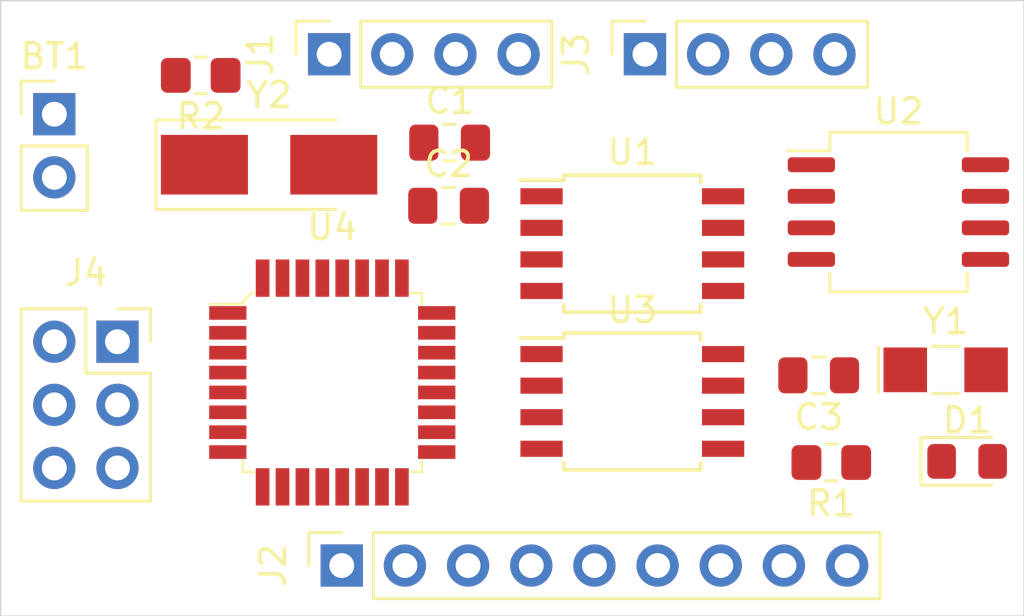
<source format=kicad_pcb>
(kicad_pcb (version 20171130) (host pcbnew 5.1.10-88a1d61d58~88~ubuntu20.04.1)

  (general
    (thickness 1.6)
    (drawings 4)
    (tracks 0)
    (zones 0)
    (modules 17)
    (nets 33)
  )

  (page USLetter)
  (title_block
    (title "Battery Powered Arduino Clone with Clock & Extended EEPROM")
    (date 2021-06-25)
    (rev 1)
    (company Lutzcraft)
    (comment 1 "David Lutz")
  )

  (layers
    (0 F.Cu signal)
    (31 B.Cu signal)
    (32 B.Adhes user)
    (33 F.Adhes user)
    (34 B.Paste user)
    (35 F.Paste user)
    (36 B.SilkS user)
    (37 F.SilkS user)
    (38 B.Mask user)
    (39 F.Mask user)
    (40 Dwgs.User user)
    (41 Cmts.User user)
    (42 Eco1.User user)
    (43 Eco2.User user)
    (44 Edge.Cuts user)
    (45 Margin user)
    (46 B.CrtYd user)
    (47 F.CrtYd user)
    (48 B.Fab user)
    (49 F.Fab user hide)
  )

  (setup
    (last_trace_width 0.25)
    (user_trace_width 0.3)
    (trace_clearance 0.2)
    (zone_clearance 0.508)
    (zone_45_only no)
    (trace_min 0.2)
    (via_size 0.8)
    (via_drill 0.4)
    (via_min_size 0.4)
    (via_min_drill 0.3)
    (user_via 1 0.6)
    (uvia_size 0.3)
    (uvia_drill 0.1)
    (uvias_allowed no)
    (uvia_min_size 0.2)
    (uvia_min_drill 0.1)
    (edge_width 0.05)
    (segment_width 0.2)
    (pcb_text_width 0.3)
    (pcb_text_size 1.5 1.5)
    (mod_edge_width 0.12)
    (mod_text_size 1 1)
    (mod_text_width 0.15)
    (pad_size 1.524 1.524)
    (pad_drill 0.762)
    (pad_to_mask_clearance 0)
    (aux_axis_origin 0 0)
    (visible_elements FFFFFF7F)
    (pcbplotparams
      (layerselection 0x010fc_ffffffff)
      (usegerberextensions false)
      (usegerberattributes true)
      (usegerberadvancedattributes true)
      (creategerberjobfile true)
      (excludeedgelayer true)
      (linewidth 0.100000)
      (plotframeref false)
      (viasonmask false)
      (mode 1)
      (useauxorigin false)
      (hpglpennumber 1)
      (hpglpenspeed 20)
      (hpglpendiameter 15.000000)
      (psnegative false)
      (psa4output false)
      (plotreference true)
      (plotvalue true)
      (plotinvisibletext false)
      (padsonsilk false)
      (subtractmaskfromsilk false)
      (outputformat 1)
      (mirror false)
      (drillshape 1)
      (scaleselection 1)
      (outputdirectory ""))
  )

  (net 0 "")
  (net 1 /Vcc)
  (net 2 GNDPWR)
  (net 3 "Net-(C1-Pad2)")
  (net 4 "Net-(C2-Pad2)")
  (net 5 "Net-(D1-Pad1)")
  (net 6 "Net-(D1-Pad2)")
  (net 7 /Connectors/GND)
  (net 8 /RX)
  (net 9 /TX)
  (net 10 /D2)
  (net 11 /D3)
  (net 12 /D4)
  (net 13 /D5)
  (net 14 /D6)
  (net 15 /D7)
  (net 16 /D8)
  (net 17 /SCL)
  (net 18 /SDA)
  (net 19 /MISO)
  (net 20 /MOSI)
  (net 21 /RESET)
  (net 22 /ADDS1)
  (net 23 /ADDS2)
  (net 24 "Net-(U2-Pad1)")
  (net 25 "Net-(U2-Pad2)")
  (net 26 "Net-(U2-Pad7)")
  (net 27 "Net-(U4-Pad13)")
  (net 28 "Net-(U4-Pad14)")
  (net 29 "Net-(U4-Pad19)")
  (net 30 "Net-(U4-Pad22)")
  (net 31 "Net-(U4-Pad25)")
  (net 32 "Net-(U4-Pad26)")

  (net_class Default "This is the default net class."
    (clearance 0.2)
    (trace_width 0.25)
    (via_dia 0.8)
    (via_drill 0.4)
    (uvia_dia 0.3)
    (uvia_drill 0.1)
    (add_net /ADDS1)
    (add_net /ADDS2)
    (add_net /Connectors/GND)
    (add_net /D2)
    (add_net /D3)
    (add_net /D4)
    (add_net /D5)
    (add_net /D6)
    (add_net /D7)
    (add_net /D8)
    (add_net /MISO)
    (add_net /MOSI)
    (add_net /RESET)
    (add_net /RX)
    (add_net /SCL)
    (add_net /SDA)
    (add_net /TX)
    (add_net "Net-(C1-Pad2)")
    (add_net "Net-(C2-Pad2)")
    (add_net "Net-(D1-Pad1)")
    (add_net "Net-(D1-Pad2)")
    (add_net "Net-(U2-Pad1)")
    (add_net "Net-(U2-Pad2)")
    (add_net "Net-(U2-Pad7)")
    (add_net "Net-(U4-Pad13)")
    (add_net "Net-(U4-Pad14)")
    (add_net "Net-(U4-Pad19)")
    (add_net "Net-(U4-Pad22)")
    (add_net "Net-(U4-Pad25)")
    (add_net "Net-(U4-Pad26)")
  )

  (net_class Power ""
    (clearance 0.2)
    (trace_width 0.3)
    (via_dia 1)
    (via_drill 0.6)
    (uvia_dia 0.3)
    (uvia_drill 0.1)
    (add_net /Vcc)
    (add_net GNDPWR)
  )

  (module Connector_PinHeader_2.54mm:PinHeader_1x02_P2.54mm_Vertical (layer F.Cu) (tedit 59FED5CC) (tstamp 60D63472)
    (at 68.961 98.933)
    (descr "Through hole straight pin header, 1x02, 2.54mm pitch, single row")
    (tags "Through hole pin header THT 1x02 2.54mm single row")
    (path /60D6C031)
    (fp_text reference BT1 (at 0 -2.33) (layer F.SilkS)
      (effects (font (size 1 1) (thickness 0.15)))
    )
    (fp_text value "Battery 3V" (at 0 4.87) (layer F.Fab)
      (effects (font (size 1 1) (thickness 0.15)))
    )
    (fp_line (start 1.8 -1.8) (end -1.8 -1.8) (layer F.CrtYd) (width 0.05))
    (fp_line (start 1.8 4.35) (end 1.8 -1.8) (layer F.CrtYd) (width 0.05))
    (fp_line (start -1.8 4.35) (end 1.8 4.35) (layer F.CrtYd) (width 0.05))
    (fp_line (start -1.8 -1.8) (end -1.8 4.35) (layer F.CrtYd) (width 0.05))
    (fp_line (start -1.33 -1.33) (end 0 -1.33) (layer F.SilkS) (width 0.12))
    (fp_line (start -1.33 0) (end -1.33 -1.33) (layer F.SilkS) (width 0.12))
    (fp_line (start -1.33 1.27) (end 1.33 1.27) (layer F.SilkS) (width 0.12))
    (fp_line (start 1.33 1.27) (end 1.33 3.87) (layer F.SilkS) (width 0.12))
    (fp_line (start -1.33 1.27) (end -1.33 3.87) (layer F.SilkS) (width 0.12))
    (fp_line (start -1.33 3.87) (end 1.33 3.87) (layer F.SilkS) (width 0.12))
    (fp_line (start -1.27 -0.635) (end -0.635 -1.27) (layer F.Fab) (width 0.1))
    (fp_line (start -1.27 3.81) (end -1.27 -0.635) (layer F.Fab) (width 0.1))
    (fp_line (start 1.27 3.81) (end -1.27 3.81) (layer F.Fab) (width 0.1))
    (fp_line (start 1.27 -1.27) (end 1.27 3.81) (layer F.Fab) (width 0.1))
    (fp_line (start -0.635 -1.27) (end 1.27 -1.27) (layer F.Fab) (width 0.1))
    (fp_text user %R (at 0 1.27 90) (layer F.Fab)
      (effects (font (size 1 1) (thickness 0.15)))
    )
    (pad 1 thru_hole rect (at 0 0) (size 1.7 1.7) (drill 1) (layers *.Cu *.Mask)
      (net 1 /Vcc))
    (pad 2 thru_hole oval (at 0 2.54) (size 1.7 1.7) (drill 1) (layers *.Cu *.Mask)
      (net 2 GNDPWR))
    (model ${KISYS3DMOD}/Connector_PinHeader_2.54mm.3dshapes/PinHeader_1x02_P2.54mm_Vertical.wrl
      (at (xyz 0 0 0))
      (scale (xyz 1 1 1))
      (rotate (xyz 0 0 0))
    )
  )

  (module Capacitor_SMD:C_0805_2012Metric_Pad1.18x1.45mm_HandSolder (layer F.Cu) (tedit 5F68FEEF) (tstamp 60D63483)
    (at 84.8575 100.076)
    (descr "Capacitor SMD 0805 (2012 Metric), square (rectangular) end terminal, IPC_7351 nominal with elongated pad for handsoldering. (Body size source: IPC-SM-782 page 76, https://www.pcb-3d.com/wordpress/wp-content/uploads/ipc-sm-782a_amendment_1_and_2.pdf, https://docs.google.com/spreadsheets/d/1BsfQQcO9C6DZCsRaXUlFlo91Tg2WpOkGARC1WS5S8t0/edit?usp=sharing), generated with kicad-footprint-generator")
    (tags "capacitor handsolder")
    (path /60D6CC38)
    (attr smd)
    (fp_text reference C1 (at 0 -1.68) (layer F.SilkS)
      (effects (font (size 1 1) (thickness 0.15)))
    )
    (fp_text value "22 pF" (at 0 1.68) (layer F.Fab)
      (effects (font (size 1 1) (thickness 0.15)))
    )
    (fp_line (start 1.88 0.98) (end -1.88 0.98) (layer F.CrtYd) (width 0.05))
    (fp_line (start 1.88 -0.98) (end 1.88 0.98) (layer F.CrtYd) (width 0.05))
    (fp_line (start -1.88 -0.98) (end 1.88 -0.98) (layer F.CrtYd) (width 0.05))
    (fp_line (start -1.88 0.98) (end -1.88 -0.98) (layer F.CrtYd) (width 0.05))
    (fp_line (start -0.261252 0.735) (end 0.261252 0.735) (layer F.SilkS) (width 0.12))
    (fp_line (start -0.261252 -0.735) (end 0.261252 -0.735) (layer F.SilkS) (width 0.12))
    (fp_line (start 1 0.625) (end -1 0.625) (layer F.Fab) (width 0.1))
    (fp_line (start 1 -0.625) (end 1 0.625) (layer F.Fab) (width 0.1))
    (fp_line (start -1 -0.625) (end 1 -0.625) (layer F.Fab) (width 0.1))
    (fp_line (start -1 0.625) (end -1 -0.625) (layer F.Fab) (width 0.1))
    (fp_text user %R (at 0 0) (layer F.Fab)
      (effects (font (size 0.5 0.5) (thickness 0.08)))
    )
    (pad 1 smd roundrect (at -1.0375 0) (size 1.175 1.45) (layers F.Cu F.Paste F.Mask) (roundrect_rratio 0.212766)
      (net 2 GNDPWR))
    (pad 2 smd roundrect (at 1.0375 0) (size 1.175 1.45) (layers F.Cu F.Paste F.Mask) (roundrect_rratio 0.212766)
      (net 3 "Net-(C1-Pad2)"))
    (model ${KISYS3DMOD}/Capacitor_SMD.3dshapes/C_0805_2012Metric.wrl
      (at (xyz 0 0 0))
      (scale (xyz 1 1 1))
      (rotate (xyz 0 0 0))
    )
  )

  (module Capacitor_SMD:C_0805_2012Metric_Pad1.18x1.45mm_HandSolder (layer F.Cu) (tedit 5F68FEEF) (tstamp 60D63494)
    (at 84.8145 102.616)
    (descr "Capacitor SMD 0805 (2012 Metric), square (rectangular) end terminal, IPC_7351 nominal with elongated pad for handsoldering. (Body size source: IPC-SM-782 page 76, https://www.pcb-3d.com/wordpress/wp-content/uploads/ipc-sm-782a_amendment_1_and_2.pdf, https://docs.google.com/spreadsheets/d/1BsfQQcO9C6DZCsRaXUlFlo91Tg2WpOkGARC1WS5S8t0/edit?usp=sharing), generated with kicad-footprint-generator")
    (tags "capacitor handsolder")
    (path /60D6D0AE)
    (attr smd)
    (fp_text reference C2 (at 0 -1.68) (layer F.SilkS)
      (effects (font (size 1 1) (thickness 0.15)))
    )
    (fp_text value "22 pF" (at 0 1.68) (layer F.Fab)
      (effects (font (size 1 1) (thickness 0.15)))
    )
    (fp_line (start -1 0.625) (end -1 -0.625) (layer F.Fab) (width 0.1))
    (fp_line (start -1 -0.625) (end 1 -0.625) (layer F.Fab) (width 0.1))
    (fp_line (start 1 -0.625) (end 1 0.625) (layer F.Fab) (width 0.1))
    (fp_line (start 1 0.625) (end -1 0.625) (layer F.Fab) (width 0.1))
    (fp_line (start -0.261252 -0.735) (end 0.261252 -0.735) (layer F.SilkS) (width 0.12))
    (fp_line (start -0.261252 0.735) (end 0.261252 0.735) (layer F.SilkS) (width 0.12))
    (fp_line (start -1.88 0.98) (end -1.88 -0.98) (layer F.CrtYd) (width 0.05))
    (fp_line (start -1.88 -0.98) (end 1.88 -0.98) (layer F.CrtYd) (width 0.05))
    (fp_line (start 1.88 -0.98) (end 1.88 0.98) (layer F.CrtYd) (width 0.05))
    (fp_line (start 1.88 0.98) (end -1.88 0.98) (layer F.CrtYd) (width 0.05))
    (fp_text user %R (at 0 0) (layer F.Fab)
      (effects (font (size 0.5 0.5) (thickness 0.08)))
    )
    (pad 2 smd roundrect (at 1.0375 0) (size 1.175 1.45) (layers F.Cu F.Paste F.Mask) (roundrect_rratio 0.212766)
      (net 4 "Net-(C2-Pad2)"))
    (pad 1 smd roundrect (at -1.0375 0) (size 1.175 1.45) (layers F.Cu F.Paste F.Mask) (roundrect_rratio 0.212766)
      (net 2 GNDPWR))
    (model ${KISYS3DMOD}/Capacitor_SMD.3dshapes/C_0805_2012Metric.wrl
      (at (xyz 0 0 0))
      (scale (xyz 1 1 1))
      (rotate (xyz 0 0 0))
    )
  )

  (module Capacitor_SMD:C_0805_2012Metric_Pad1.18x1.45mm_HandSolder (layer F.Cu) (tedit 5F68FEEF) (tstamp 60D634A5)
    (at 99.695 109.44 180)
    (descr "Capacitor SMD 0805 (2012 Metric), square (rectangular) end terminal, IPC_7351 nominal with elongated pad for handsoldering. (Body size source: IPC-SM-782 page 76, https://www.pcb-3d.com/wordpress/wp-content/uploads/ipc-sm-782a_amendment_1_and_2.pdf, https://docs.google.com/spreadsheets/d/1BsfQQcO9C6DZCsRaXUlFlo91Tg2WpOkGARC1WS5S8t0/edit?usp=sharing), generated with kicad-footprint-generator")
    (tags "capacitor handsolder")
    (path /60D6F410)
    (attr smd)
    (fp_text reference C3 (at 0 -1.68) (layer F.SilkS)
      (effects (font (size 1 1) (thickness 0.15)))
    )
    (fp_text value "10 μF" (at 0 1.68) (layer F.Fab)
      (effects (font (size 1 1) (thickness 0.15)))
    )
    (fp_line (start 1.88 0.98) (end -1.88 0.98) (layer F.CrtYd) (width 0.05))
    (fp_line (start 1.88 -0.98) (end 1.88 0.98) (layer F.CrtYd) (width 0.05))
    (fp_line (start -1.88 -0.98) (end 1.88 -0.98) (layer F.CrtYd) (width 0.05))
    (fp_line (start -1.88 0.98) (end -1.88 -0.98) (layer F.CrtYd) (width 0.05))
    (fp_line (start -0.261252 0.735) (end 0.261252 0.735) (layer F.SilkS) (width 0.12))
    (fp_line (start -0.261252 -0.735) (end 0.261252 -0.735) (layer F.SilkS) (width 0.12))
    (fp_line (start 1 0.625) (end -1 0.625) (layer F.Fab) (width 0.1))
    (fp_line (start 1 -0.625) (end 1 0.625) (layer F.Fab) (width 0.1))
    (fp_line (start -1 -0.625) (end 1 -0.625) (layer F.Fab) (width 0.1))
    (fp_line (start -1 0.625) (end -1 -0.625) (layer F.Fab) (width 0.1))
    (fp_text user %R (at 0 0) (layer F.Fab)
      (effects (font (size 0.5 0.5) (thickness 0.08)))
    )
    (pad 1 smd roundrect (at -1.0375 0 180) (size 1.175 1.45) (layers F.Cu F.Paste F.Mask) (roundrect_rratio 0.212766)
      (net 1 /Vcc))
    (pad 2 smd roundrect (at 1.0375 0 180) (size 1.175 1.45) (layers F.Cu F.Paste F.Mask) (roundrect_rratio 0.212766)
      (net 2 GNDPWR))
    (model ${KISYS3DMOD}/Capacitor_SMD.3dshapes/C_0805_2012Metric.wrl
      (at (xyz 0 0 0))
      (scale (xyz 1 1 1))
      (rotate (xyz 0 0 0))
    )
  )

  (module LED_SMD:LED_0805_2012Metric_Pad1.15x1.40mm_HandSolder (layer F.Cu) (tedit 5F68FEF1) (tstamp 60D634B8)
    (at 105.664 112.903)
    (descr "LED SMD 0805 (2012 Metric), square (rectangular) end terminal, IPC_7351 nominal, (Body size source: https://docs.google.com/spreadsheets/d/1BsfQQcO9C6DZCsRaXUlFlo91Tg2WpOkGARC1WS5S8t0/edit?usp=sharing), generated with kicad-footprint-generator")
    (tags "LED handsolder")
    (path /60D714CD)
    (attr smd)
    (fp_text reference D1 (at 0 -1.65) (layer F.SilkS)
      (effects (font (size 1 1) (thickness 0.15)))
    )
    (fp_text value LED (at 0 1.65) (layer F.Fab)
      (effects (font (size 1 1) (thickness 0.15)))
    )
    (fp_line (start 1.85 0.95) (end -1.85 0.95) (layer F.CrtYd) (width 0.05))
    (fp_line (start 1.85 -0.95) (end 1.85 0.95) (layer F.CrtYd) (width 0.05))
    (fp_line (start -1.85 -0.95) (end 1.85 -0.95) (layer F.CrtYd) (width 0.05))
    (fp_line (start -1.85 0.95) (end -1.85 -0.95) (layer F.CrtYd) (width 0.05))
    (fp_line (start -1.86 0.96) (end 1 0.96) (layer F.SilkS) (width 0.12))
    (fp_line (start -1.86 -0.96) (end -1.86 0.96) (layer F.SilkS) (width 0.12))
    (fp_line (start 1 -0.96) (end -1.86 -0.96) (layer F.SilkS) (width 0.12))
    (fp_line (start 1 0.6) (end 1 -0.6) (layer F.Fab) (width 0.1))
    (fp_line (start -1 0.6) (end 1 0.6) (layer F.Fab) (width 0.1))
    (fp_line (start -1 -0.3) (end -1 0.6) (layer F.Fab) (width 0.1))
    (fp_line (start -0.7 -0.6) (end -1 -0.3) (layer F.Fab) (width 0.1))
    (fp_line (start 1 -0.6) (end -0.7 -0.6) (layer F.Fab) (width 0.1))
    (fp_text user %R (at 0 0) (layer F.Fab)
      (effects (font (size 0.5 0.5) (thickness 0.08)))
    )
    (pad 1 smd roundrect (at -1.025 0) (size 1.15 1.4) (layers F.Cu F.Paste F.Mask) (roundrect_rratio 0.217391)
      (net 5 "Net-(D1-Pad1)"))
    (pad 2 smd roundrect (at 1.025 0) (size 1.15 1.4) (layers F.Cu F.Paste F.Mask) (roundrect_rratio 0.217391)
      (net 6 "Net-(D1-Pad2)"))
    (model ${KISYS3DMOD}/LED_SMD.3dshapes/LED_0805_2012Metric.wrl
      (at (xyz 0 0 0))
      (scale (xyz 1 1 1))
      (rotate (xyz 0 0 0))
    )
  )

  (module Resistor_SMD:R_0805_2012Metric_Pad1.20x1.40mm_HandSolder (layer F.Cu) (tedit 5F68FEEE) (tstamp 60D63532)
    (at 100.203 112.948 180)
    (descr "Resistor SMD 0805 (2012 Metric), square (rectangular) end terminal, IPC_7351 nominal with elongated pad for handsoldering. (Body size source: IPC-SM-782 page 72, https://www.pcb-3d.com/wordpress/wp-content/uploads/ipc-sm-782a_amendment_1_and_2.pdf), generated with kicad-footprint-generator")
    (tags "resistor handsolder")
    (path /60E2364B)
    (attr smd)
    (fp_text reference R1 (at 0 -1.65) (layer F.SilkS)
      (effects (font (size 1 1) (thickness 0.15)))
    )
    (fp_text value "330 Ω" (at 0 1.65) (layer F.Fab)
      (effects (font (size 1 1) (thickness 0.15)))
    )
    (fp_line (start 1.85 0.95) (end -1.85 0.95) (layer F.CrtYd) (width 0.05))
    (fp_line (start 1.85 -0.95) (end 1.85 0.95) (layer F.CrtYd) (width 0.05))
    (fp_line (start -1.85 -0.95) (end 1.85 -0.95) (layer F.CrtYd) (width 0.05))
    (fp_line (start -1.85 0.95) (end -1.85 -0.95) (layer F.CrtYd) (width 0.05))
    (fp_line (start -0.227064 0.735) (end 0.227064 0.735) (layer F.SilkS) (width 0.12))
    (fp_line (start -0.227064 -0.735) (end 0.227064 -0.735) (layer F.SilkS) (width 0.12))
    (fp_line (start 1 0.625) (end -1 0.625) (layer F.Fab) (width 0.1))
    (fp_line (start 1 -0.625) (end 1 0.625) (layer F.Fab) (width 0.1))
    (fp_line (start -1 -0.625) (end 1 -0.625) (layer F.Fab) (width 0.1))
    (fp_line (start -1 0.625) (end -1 -0.625) (layer F.Fab) (width 0.1))
    (fp_text user %R (at 0 0) (layer F.Fab)
      (effects (font (size 0.5 0.5) (thickness 0.08)))
    )
    (pad 1 smd roundrect (at -1 0 180) (size 1.2 1.4) (layers F.Cu F.Paste F.Mask) (roundrect_rratio 0.208333)
      (net 5 "Net-(D1-Pad1)"))
    (pad 2 smd roundrect (at 1 0 180) (size 1.2 1.4) (layers F.Cu F.Paste F.Mask) (roundrect_rratio 0.208333)
      (net 2 GNDPWR))
    (model ${KISYS3DMOD}/Resistor_SMD.3dshapes/R_0805_2012Metric.wrl
      (at (xyz 0 0 0))
      (scale (xyz 1 1 1))
      (rotate (xyz 0 0 0))
    )
  )

  (module Resistor_SMD:R_0805_2012Metric_Pad1.20x1.40mm_HandSolder (layer F.Cu) (tedit 5F68FEEE) (tstamp 60D63543)
    (at 74.847 97.37 180)
    (descr "Resistor SMD 0805 (2012 Metric), square (rectangular) end terminal, IPC_7351 nominal with elongated pad for handsoldering. (Body size source: IPC-SM-782 page 72, https://www.pcb-3d.com/wordpress/wp-content/uploads/ipc-sm-782a_amendment_1_and_2.pdf), generated with kicad-footprint-generator")
    (tags "resistor handsolder")
    (path /60D731B1)
    (attr smd)
    (fp_text reference R2 (at 0 -1.65) (layer F.SilkS)
      (effects (font (size 1 1) (thickness 0.15)))
    )
    (fp_text value "10K Ω" (at 0 1.65) (layer F.Fab)
      (effects (font (size 1 1) (thickness 0.15)))
    )
    (fp_line (start -1 0.625) (end -1 -0.625) (layer F.Fab) (width 0.1))
    (fp_line (start -1 -0.625) (end 1 -0.625) (layer F.Fab) (width 0.1))
    (fp_line (start 1 -0.625) (end 1 0.625) (layer F.Fab) (width 0.1))
    (fp_line (start 1 0.625) (end -1 0.625) (layer F.Fab) (width 0.1))
    (fp_line (start -0.227064 -0.735) (end 0.227064 -0.735) (layer F.SilkS) (width 0.12))
    (fp_line (start -0.227064 0.735) (end 0.227064 0.735) (layer F.SilkS) (width 0.12))
    (fp_line (start -1.85 0.95) (end -1.85 -0.95) (layer F.CrtYd) (width 0.05))
    (fp_line (start -1.85 -0.95) (end 1.85 -0.95) (layer F.CrtYd) (width 0.05))
    (fp_line (start 1.85 -0.95) (end 1.85 0.95) (layer F.CrtYd) (width 0.05))
    (fp_line (start 1.85 0.95) (end -1.85 0.95) (layer F.CrtYd) (width 0.05))
    (fp_text user %R (at 0 0) (layer F.Fab)
      (effects (font (size 0.5 0.5) (thickness 0.08)))
    )
    (pad 2 smd roundrect (at 1 0 180) (size 1.2 1.4) (layers F.Cu F.Paste F.Mask) (roundrect_rratio 0.208333)
      (net 1 /Vcc))
    (pad 1 smd roundrect (at -1 0 180) (size 1.2 1.4) (layers F.Cu F.Paste F.Mask) (roundrect_rratio 0.208333)
      (net 21 /RESET))
    (model ${KISYS3DMOD}/Resistor_SMD.3dshapes/R_0805_2012Metric.wrl
      (at (xyz 0 0 0))
      (scale (xyz 1 1 1))
      (rotate (xyz 0 0 0))
    )
  )

  (module Package_SO:SOIJ-8_5.3x5.3mm_P1.27mm (layer F.Cu) (tedit 5A02F2D3) (tstamp 60D63560)
    (at 92.202 104.14)
    (descr "8-Lead Plastic Small Outline (SM) - Medium, 5.28 mm Body [SOIC] (see Microchip Packaging Specification 00000049BS.pdf)")
    (tags "SOIC 1.27")
    (path /60DA6339)
    (attr smd)
    (fp_text reference U1 (at 0 -3.68) (layer F.SilkS)
      (effects (font (size 1 1) (thickness 0.15)))
    )
    (fp_text value 24LC1025 (at 0 3.68) (layer F.Fab)
      (effects (font (size 1 1) (thickness 0.15)))
    )
    (fp_line (start -2.75 -2.55) (end -4.5 -2.55) (layer F.SilkS) (width 0.15))
    (fp_line (start -2.75 2.755) (end 2.75 2.755) (layer F.SilkS) (width 0.15))
    (fp_line (start -2.75 -2.755) (end 2.75 -2.755) (layer F.SilkS) (width 0.15))
    (fp_line (start -2.75 2.755) (end -2.75 2.455) (layer F.SilkS) (width 0.15))
    (fp_line (start 2.75 2.755) (end 2.75 2.455) (layer F.SilkS) (width 0.15))
    (fp_line (start 2.75 -2.755) (end 2.75 -2.455) (layer F.SilkS) (width 0.15))
    (fp_line (start -2.75 -2.755) (end -2.75 -2.55) (layer F.SilkS) (width 0.15))
    (fp_line (start -4.75 2.95) (end 4.75 2.95) (layer F.CrtYd) (width 0.05))
    (fp_line (start -4.75 -2.95) (end 4.75 -2.95) (layer F.CrtYd) (width 0.05))
    (fp_line (start 4.75 -2.95) (end 4.75 2.95) (layer F.CrtYd) (width 0.05))
    (fp_line (start -4.75 -2.95) (end -4.75 2.95) (layer F.CrtYd) (width 0.05))
    (fp_line (start -2.65 -1.65) (end -1.65 -2.65) (layer F.Fab) (width 0.15))
    (fp_line (start -2.65 2.65) (end -2.65 -1.65) (layer F.Fab) (width 0.15))
    (fp_line (start 2.65 2.65) (end -2.65 2.65) (layer F.Fab) (width 0.15))
    (fp_line (start 2.65 -2.65) (end 2.65 2.65) (layer F.Fab) (width 0.15))
    (fp_line (start -1.65 -2.65) (end 2.65 -2.65) (layer F.Fab) (width 0.15))
    (fp_text user %R (at 0 0) (layer F.Fab)
      (effects (font (size 1 1) (thickness 0.15)))
    )
    (pad 1 smd rect (at -3.65 -1.905) (size 1.7 0.65) (layers F.Cu F.Paste F.Mask)
      (net 22 /ADDS1))
    (pad 2 smd rect (at -3.65 -0.635) (size 1.7 0.65) (layers F.Cu F.Paste F.Mask)
      (net 23 /ADDS2))
    (pad 3 smd rect (at -3.65 0.635) (size 1.7 0.65) (layers F.Cu F.Paste F.Mask)
      (net 1 /Vcc))
    (pad 4 smd rect (at -3.65 1.905) (size 1.7 0.65) (layers F.Cu F.Paste F.Mask)
      (net 2 GNDPWR))
    (pad 5 smd rect (at 3.65 1.905) (size 1.7 0.65) (layers F.Cu F.Paste F.Mask)
      (net 18 /SDA))
    (pad 6 smd rect (at 3.65 0.635) (size 1.7 0.65) (layers F.Cu F.Paste F.Mask)
      (net 17 /SCL))
    (pad 7 smd rect (at 3.65 -0.635) (size 1.7 0.65) (layers F.Cu F.Paste F.Mask)
      (net 2 GNDPWR))
    (pad 8 smd rect (at 3.65 -1.905) (size 1.7 0.65) (layers F.Cu F.Paste F.Mask)
      (net 1 /Vcc))
    (model ${KISYS3DMOD}/Package_SO.3dshapes/SOIJ-8_5.3x5.3mm_P1.27mm.wrl
      (at (xyz 0 0 0))
      (scale (xyz 1 1 1))
      (rotate (xyz 0 0 0))
    )
  )

  (module Package_SO:SO-8_5.3x6.2mm_P1.27mm (layer F.Cu) (tedit 5EA5315B) (tstamp 60D6357F)
    (at 102.901 102.87)
    (descr "SO, 8 Pin (https://www.ti.com/lit/ml/msop001a/msop001a.pdf), generated with kicad-footprint-generator ipc_gullwing_generator.py")
    (tags "SO SO")
    (path /60D83E7A)
    (attr smd)
    (fp_text reference U2 (at 0 -4.05) (layer F.SilkS)
      (effects (font (size 1 1) (thickness 0.15)))
    )
    (fp_text value DS1337S+ (at 0 4.05) (layer F.Fab)
      (effects (font (size 1 1) (thickness 0.15)))
    )
    (fp_line (start 4.7 -3.35) (end -4.7 -3.35) (layer F.CrtYd) (width 0.05))
    (fp_line (start 4.7 3.35) (end 4.7 -3.35) (layer F.CrtYd) (width 0.05))
    (fp_line (start -4.7 3.35) (end 4.7 3.35) (layer F.CrtYd) (width 0.05))
    (fp_line (start -4.7 -3.35) (end -4.7 3.35) (layer F.CrtYd) (width 0.05))
    (fp_line (start -2.65 -2.1) (end -1.65 -3.1) (layer F.Fab) (width 0.1))
    (fp_line (start -2.65 3.1) (end -2.65 -2.1) (layer F.Fab) (width 0.1))
    (fp_line (start 2.65 3.1) (end -2.65 3.1) (layer F.Fab) (width 0.1))
    (fp_line (start 2.65 -3.1) (end 2.65 3.1) (layer F.Fab) (width 0.1))
    (fp_line (start -1.65 -3.1) (end 2.65 -3.1) (layer F.Fab) (width 0.1))
    (fp_line (start -2.76 -2.465) (end -4.45 -2.465) (layer F.SilkS) (width 0.12))
    (fp_line (start -2.76 -3.21) (end -2.76 -2.465) (layer F.SilkS) (width 0.12))
    (fp_line (start 0 -3.21) (end -2.76 -3.21) (layer F.SilkS) (width 0.12))
    (fp_line (start 2.76 -3.21) (end 2.76 -2.465) (layer F.SilkS) (width 0.12))
    (fp_line (start 0 -3.21) (end 2.76 -3.21) (layer F.SilkS) (width 0.12))
    (fp_line (start -2.76 3.21) (end -2.76 2.465) (layer F.SilkS) (width 0.12))
    (fp_line (start 0 3.21) (end -2.76 3.21) (layer F.SilkS) (width 0.12))
    (fp_line (start 2.76 3.21) (end 2.76 2.465) (layer F.SilkS) (width 0.12))
    (fp_line (start 0 3.21) (end 2.76 3.21) (layer F.SilkS) (width 0.12))
    (fp_text user %R (at 0 0) (layer F.Fab)
      (effects (font (size 1 1) (thickness 0.15)))
    )
    (pad 1 smd roundrect (at -3.5 -1.905) (size 1.9 0.6) (layers F.Cu F.Paste F.Mask) (roundrect_rratio 0.25)
      (net 24 "Net-(U2-Pad1)"))
    (pad 2 smd roundrect (at -3.5 -0.635) (size 1.9 0.6) (layers F.Cu F.Paste F.Mask) (roundrect_rratio 0.25)
      (net 25 "Net-(U2-Pad2)"))
    (pad 3 smd roundrect (at -3.5 0.635) (size 1.9 0.6) (layers F.Cu F.Paste F.Mask) (roundrect_rratio 0.25)
      (net 1 /Vcc))
    (pad 4 smd roundrect (at -3.5 1.905) (size 1.9 0.6) (layers F.Cu F.Paste F.Mask) (roundrect_rratio 0.25)
      (net 2 GNDPWR))
    (pad 5 smd roundrect (at 3.5 1.905) (size 1.9 0.6) (layers F.Cu F.Paste F.Mask) (roundrect_rratio 0.25)
      (net 18 /SDA))
    (pad 6 smd roundrect (at 3.5 0.635) (size 1.9 0.6) (layers F.Cu F.Paste F.Mask) (roundrect_rratio 0.25)
      (net 17 /SCL))
    (pad 7 smd roundrect (at 3.5 -0.635) (size 1.9 0.6) (layers F.Cu F.Paste F.Mask) (roundrect_rratio 0.25)
      (net 26 "Net-(U2-Pad7)"))
    (pad 8 smd roundrect (at 3.5 -1.905) (size 1.9 0.6) (layers F.Cu F.Paste F.Mask) (roundrect_rratio 0.25)
      (net 1 /Vcc))
    (model ${KISYS3DMOD}/Package_SO.3dshapes/SO-8_5.3x6.2mm_P1.27mm.wrl
      (at (xyz 0 0 0))
      (scale (xyz 1 1 1))
      (rotate (xyz 0 0 0))
    )
  )

  (module Package_SO:SOIJ-8_5.3x5.3mm_P1.27mm (layer F.Cu) (tedit 5A02F2D3) (tstamp 60D6359C)
    (at 92.202 110.49)
    (descr "8-Lead Plastic Small Outline (SM) - Medium, 5.28 mm Body [SOIC] (see Microchip Packaging Specification 00000049BS.pdf)")
    (tags "SOIC 1.27")
    (path /60D73BA9)
    (attr smd)
    (fp_text reference U3 (at 0 -3.68) (layer F.SilkS)
      (effects (font (size 1 1) (thickness 0.15)))
    )
    (fp_text value 24LC1025 (at 0 3.68) (layer F.Fab)
      (effects (font (size 1 1) (thickness 0.15)))
    )
    (fp_line (start -1.65 -2.65) (end 2.65 -2.65) (layer F.Fab) (width 0.15))
    (fp_line (start 2.65 -2.65) (end 2.65 2.65) (layer F.Fab) (width 0.15))
    (fp_line (start 2.65 2.65) (end -2.65 2.65) (layer F.Fab) (width 0.15))
    (fp_line (start -2.65 2.65) (end -2.65 -1.65) (layer F.Fab) (width 0.15))
    (fp_line (start -2.65 -1.65) (end -1.65 -2.65) (layer F.Fab) (width 0.15))
    (fp_line (start -4.75 -2.95) (end -4.75 2.95) (layer F.CrtYd) (width 0.05))
    (fp_line (start 4.75 -2.95) (end 4.75 2.95) (layer F.CrtYd) (width 0.05))
    (fp_line (start -4.75 -2.95) (end 4.75 -2.95) (layer F.CrtYd) (width 0.05))
    (fp_line (start -4.75 2.95) (end 4.75 2.95) (layer F.CrtYd) (width 0.05))
    (fp_line (start -2.75 -2.755) (end -2.75 -2.55) (layer F.SilkS) (width 0.15))
    (fp_line (start 2.75 -2.755) (end 2.75 -2.455) (layer F.SilkS) (width 0.15))
    (fp_line (start 2.75 2.755) (end 2.75 2.455) (layer F.SilkS) (width 0.15))
    (fp_line (start -2.75 2.755) (end -2.75 2.455) (layer F.SilkS) (width 0.15))
    (fp_line (start -2.75 -2.755) (end 2.75 -2.755) (layer F.SilkS) (width 0.15))
    (fp_line (start -2.75 2.755) (end 2.75 2.755) (layer F.SilkS) (width 0.15))
    (fp_line (start -2.75 -2.55) (end -4.5 -2.55) (layer F.SilkS) (width 0.15))
    (fp_text user %R (at 0 0) (layer F.Fab)
      (effects (font (size 1 1) (thickness 0.15)))
    )
    (pad 8 smd rect (at 3.65 -1.905) (size 1.7 0.65) (layers F.Cu F.Paste F.Mask)
      (net 1 /Vcc))
    (pad 7 smd rect (at 3.65 -0.635) (size 1.7 0.65) (layers F.Cu F.Paste F.Mask)
      (net 2 GNDPWR))
    (pad 6 smd rect (at 3.65 0.635) (size 1.7 0.65) (layers F.Cu F.Paste F.Mask)
      (net 17 /SCL))
    (pad 5 smd rect (at 3.65 1.905) (size 1.7 0.65) (layers F.Cu F.Paste F.Mask)
      (net 18 /SDA))
    (pad 4 smd rect (at -3.65 1.905) (size 1.7 0.65) (layers F.Cu F.Paste F.Mask)
      (net 2 GNDPWR))
    (pad 3 smd rect (at -3.65 0.635) (size 1.7 0.65) (layers F.Cu F.Paste F.Mask)
      (net 1 /Vcc))
    (pad 2 smd rect (at -3.65 -0.635) (size 1.7 0.65) (layers F.Cu F.Paste F.Mask)
      (net 23 /ADDS2))
    (pad 1 smd rect (at -3.65 -1.905) (size 1.7 0.65) (layers F.Cu F.Paste F.Mask)
      (net 22 /ADDS1))
    (model ${KISYS3DMOD}/Package_SO.3dshapes/SOIJ-8_5.3x5.3mm_P1.27mm.wrl
      (at (xyz 0 0 0))
      (scale (xyz 1 1 1))
      (rotate (xyz 0 0 0))
    )
  )

  (module digikey-footprints:TQFP-32_7x7mm (layer F.Cu) (tedit 5D28AA5E) (tstamp 60D635D4)
    (at 80.137 109.728)
    (descr http://www.atmel.com/Images/Atmel-8826-SEEPROM-PCB-Mounting-Guidelines-Surface-Mount-Packages-ApplicationNote.pdf)
    (path /60D7A831)
    (attr smd)
    (fp_text reference U4 (at 0 -6.25) (layer F.SilkS)
      (effects (font (size 1 1) (thickness 0.15)))
    )
    (fp_text value ATMEGA328-AU (at 0 6.2) (layer F.Fab)
      (effects (font (size 1 1) (thickness 0.15)))
    )
    (fp_line (start 3.5 -3.5) (end 3.5 3.5) (layer F.Fab) (width 0.1))
    (fp_line (start -3.5 3.5) (end 3.5 3.5) (layer F.Fab) (width 0.1))
    (fp_line (start -3.5 -3.2) (end -3.2 -3.5) (layer F.Fab) (width 0.1))
    (fp_line (start -3.2 -3.5) (end 3.5 -3.5) (layer F.Fab) (width 0.1))
    (fp_line (start -3.5 -3.2) (end -3.5 3.5) (layer F.Fab) (width 0.1))
    (fp_line (start -3.6 3.6) (end -3.6 3.15) (layer F.SilkS) (width 0.1))
    (fp_line (start -3.6 3.6) (end -3.15 3.6) (layer F.SilkS) (width 0.1))
    (fp_line (start 3.6 3.6) (end 3.15 3.6) (layer F.SilkS) (width 0.1))
    (fp_line (start 3.6 3.6) (end 3.6 3.15) (layer F.SilkS) (width 0.1))
    (fp_line (start 3.6 -3.6) (end 3.6 -3.15) (layer F.SilkS) (width 0.1))
    (fp_line (start 3.6 -3.6) (end 3.15 -3.6) (layer F.SilkS) (width 0.1))
    (fp_line (start -3.6 -3.15) (end -4.9 -3.15) (layer F.SilkS) (width 0.1))
    (fp_line (start -3.6 -3.25) (end -3.6 -3.15) (layer F.SilkS) (width 0.1))
    (fp_line (start -3.25 -3.6) (end -3.6 -3.25) (layer F.SilkS) (width 0.1))
    (fp_line (start -3.15 -3.6) (end -3.25 -3.6) (layer F.SilkS) (width 0.1))
    (fp_line (start -5.2 -5.2) (end 5.2 -5.2) (layer F.CrtYd) (width 0.05))
    (fp_line (start 5.2 -5.2) (end 5.2 5.2) (layer F.CrtYd) (width 0.05))
    (fp_line (start -5.2 -5.2) (end -5.2 5.2) (layer F.CrtYd) (width 0.05))
    (fp_line (start -5.2 5.2) (end 5.2 5.2) (layer F.CrtYd) (width 0.05))
    (fp_text user %R (at 0 0) (layer F.Fab)
      (effects (font (size 1 1) (thickness 0.15)))
    )
    (pad 9 smd rect (at -2.8 4.2) (size 0.55 1.5) (layers F.Cu F.Paste F.Mask)
      (net 13 /D5))
    (pad 1 smd rect (at -4.2 -2.8) (size 1.5 0.55) (layers F.Cu F.Paste F.Mask)
      (net 11 /D3))
    (pad 2 smd rect (at -4.2 -2) (size 1.5 0.55) (layers F.Cu F.Paste F.Mask)
      (net 12 /D4))
    (pad 3 smd rect (at -4.2 -1.2) (size 1.5 0.55) (layers F.Cu F.Paste F.Mask)
      (net 2 GNDPWR))
    (pad 4 smd rect (at -4.2 -0.4) (size 1.5 0.55) (layers F.Cu F.Paste F.Mask)
      (net 1 /Vcc))
    (pad 5 smd rect (at -4.2 0.4) (size 1.5 0.55) (layers F.Cu F.Paste F.Mask)
      (net 2 GNDPWR))
    (pad 6 smd rect (at -4.2 1.2) (size 1.5 0.55) (layers F.Cu F.Paste F.Mask)
      (net 1 /Vcc))
    (pad 7 smd rect (at -4.2 2) (size 1.5 0.55) (layers F.Cu F.Paste F.Mask)
      (net 3 "Net-(C1-Pad2)"))
    (pad 8 smd rect (at -4.2 2.8) (size 1.5 0.55) (layers F.Cu F.Paste F.Mask)
      (net 4 "Net-(C2-Pad2)"))
    (pad 10 smd rect (at -2 4.2) (size 0.55 1.5) (layers F.Cu F.Paste F.Mask)
      (net 14 /D6))
    (pad 11 smd rect (at -1.2 4.2) (size 0.55 1.5) (layers F.Cu F.Paste F.Mask)
      (net 15 /D7))
    (pad 12 smd rect (at -0.4 4.2) (size 0.55 1.5) (layers F.Cu F.Paste F.Mask)
      (net 16 /D8))
    (pad 13 smd rect (at 0.4 4.2) (size 0.55 1.5) (layers F.Cu F.Paste F.Mask)
      (net 27 "Net-(U4-Pad13)"))
    (pad 14 smd rect (at 1.2 4.2) (size 0.55 1.5) (layers F.Cu F.Paste F.Mask)
      (net 28 "Net-(U4-Pad14)"))
    (pad 15 smd rect (at 2 4.2) (size 0.55 1.5) (layers F.Cu F.Paste F.Mask)
      (net 20 /MOSI))
    (pad 16 smd rect (at 2.8 4.2) (size 0.55 1.5) (layers F.Cu F.Paste F.Mask)
      (net 19 /MISO))
    (pad 17 smd rect (at 4.2 2.8) (size 1.5 0.55) (layers F.Cu F.Paste F.Mask)
      (net 6 "Net-(D1-Pad2)"))
    (pad 18 smd rect (at 4.2 2) (size 1.5 0.55) (layers F.Cu F.Paste F.Mask)
      (net 1 /Vcc))
    (pad 19 smd rect (at 4.2 1.2) (size 1.5 0.55) (layers F.Cu F.Paste F.Mask)
      (net 29 "Net-(U4-Pad19)"))
    (pad 20 smd rect (at 4.2 0.4) (size 1.5 0.55) (layers F.Cu F.Paste F.Mask)
      (net 1 /Vcc))
    (pad 21 smd rect (at 4.2 -0.4) (size 1.5 0.55) (layers F.Cu F.Paste F.Mask)
      (net 2 GNDPWR))
    (pad 22 smd rect (at 4.2 -1.2) (size 1.5 0.55) (layers F.Cu F.Paste F.Mask)
      (net 30 "Net-(U4-Pad22)"))
    (pad 23 smd rect (at 4.2 -2) (size 1.5 0.55) (layers F.Cu F.Paste F.Mask)
      (net 22 /ADDS1))
    (pad 24 smd rect (at 4.2 -2.8) (size 1.5 0.55) (layers F.Cu F.Paste F.Mask)
      (net 23 /ADDS2))
    (pad 25 smd rect (at 2.8 -4.2) (size 0.55 1.5) (layers F.Cu F.Paste F.Mask)
      (net 31 "Net-(U4-Pad25)"))
    (pad 26 smd rect (at 2 -4.2) (size 0.55 1.5) (layers F.Cu F.Paste F.Mask)
      (net 32 "Net-(U4-Pad26)"))
    (pad 27 smd rect (at 1.2 -4.2) (size 0.55 1.5) (layers F.Cu F.Paste F.Mask)
      (net 18 /SDA))
    (pad 28 smd rect (at 0.4 -4.2) (size 0.55 1.5) (layers F.Cu F.Paste F.Mask)
      (net 17 /SCL))
    (pad 29 smd rect (at -0.4 -4.2) (size 0.55 1.5) (layers F.Cu F.Paste F.Mask)
      (net 21 /RESET))
    (pad 30 smd rect (at -1.2 -4.2) (size 0.55 1.5) (layers F.Cu F.Paste F.Mask)
      (net 8 /RX))
    (pad 31 smd rect (at -2 -4.2) (size 0.55 1.5) (layers F.Cu F.Paste F.Mask)
      (net 9 /TX))
    (pad 32 smd rect (at -2.8 -4.2) (size 0.55 1.5) (layers F.Cu F.Paste F.Mask)
      (net 10 /D2))
  )

  (module Crystal:Crystal_SMD_MicroCrystal_CC7V-T1A-2Pin_3.2x1.5mm_HandSoldering (layer F.Cu) (tedit 5A0FD1B2) (tstamp 60D635E7)
    (at 104.801 109.22)
    (descr "SMD Crystal MicroCrystal CC7V-T1A/CM7V-T1A series http://www.microcrystal.com/images/_Product-Documentation/01_TF_ceramic_Packages/01_Datasheet/CC1V-T1A.pdf, hand-soldering, 3.2x1.5mm^2 package")
    (tags "SMD SMT crystal hand-soldering")
    (path /60D86F93)
    (attr smd)
    (fp_text reference Y1 (at 0 -1.95) (layer F.SilkS)
      (effects (font (size 1 1) (thickness 0.15)))
    )
    (fp_text value "Crystal 32KHz" (at 0 1.95) (layer F.Fab)
      (effects (font (size 1 1) (thickness 0.15)))
    )
    (fp_line (start 2.8 -1.2) (end -2.8 -1.2) (layer F.CrtYd) (width 0.05))
    (fp_line (start 2.8 1.2) (end 2.8 -1.2) (layer F.CrtYd) (width 0.05))
    (fp_line (start -2.8 1.2) (end 2.8 1.2) (layer F.CrtYd) (width 0.05))
    (fp_line (start -2.8 -1.2) (end -2.8 1.2) (layer F.CrtYd) (width 0.05))
    (fp_line (start -2.7 -0.9) (end -2.7 0.9) (layer F.SilkS) (width 0.12))
    (fp_line (start -0.55 0.95) (end 0.55 0.95) (layer F.SilkS) (width 0.12))
    (fp_line (start -0.55 -0.95) (end 0.55 -0.95) (layer F.SilkS) (width 0.12))
    (fp_line (start -1.6 0.25) (end -1.1 0.75) (layer F.Fab) (width 0.1))
    (fp_line (start 1.6 -0.75) (end -1.6 -0.75) (layer F.Fab) (width 0.1))
    (fp_line (start 1.6 0.75) (end 1.6 -0.75) (layer F.Fab) (width 0.1))
    (fp_line (start -1.6 0.75) (end 1.6 0.75) (layer F.Fab) (width 0.1))
    (fp_line (start -1.6 -0.75) (end -1.6 0.75) (layer F.Fab) (width 0.1))
    (fp_text user %R (at 0 0) (layer F.Fab)
      (effects (font (size 0.7 0.7) (thickness 0.105)))
    )
    (pad 1 smd rect (at -1.625 0) (size 1.75 1.8) (layers F.Cu F.Paste F.Mask)
      (net 25 "Net-(U2-Pad2)"))
    (pad 2 smd rect (at 1.625 0) (size 1.75 1.8) (layers F.Cu F.Paste F.Mask)
      (net 24 "Net-(U2-Pad1)"))
    (model ${KISYS3DMOD}/Crystal.3dshapes/Crystal_SMD_MicroCrystal_CC7V-T1A-2Pin_3.2x1.5mm_HandSoldering.wrl
      (at (xyz 0 0 0))
      (scale (xyz 1 1 1))
      (rotate (xyz 0 0 0))
    )
  )

  (module Crystal:Crystal_SMD_5032-2Pin_5.0x3.2mm_HandSoldering (layer F.Cu) (tedit 5A0FD1B2) (tstamp 60D63602)
    (at 77.597 100.965)
    (descr "SMD Crystal SERIES SMD2520/2 http://www.icbase.com/File/PDF/HKC/HKC00061008.pdf, hand-soldering, 5.0x3.2mm^2 package")
    (tags "SMD SMT crystal hand-soldering")
    (path /60D87842)
    (attr smd)
    (fp_text reference Y2 (at 0 -2.8) (layer F.SilkS)
      (effects (font (size 1 1) (thickness 0.15)))
    )
    (fp_text value "Crystal 16MHz" (at 0 2.8) (layer F.Fab)
      (effects (font (size 1 1) (thickness 0.15)))
    )
    (fp_circle (center 0 0) (end 0.093333 0) (layer F.Adhes) (width 0.186667))
    (fp_circle (center 0 0) (end 0.213333 0) (layer F.Adhes) (width 0.133333))
    (fp_circle (center 0 0) (end 0.333333 0) (layer F.Adhes) (width 0.133333))
    (fp_circle (center 0 0) (end 0.4 0) (layer F.Adhes) (width 0.1))
    (fp_line (start 4.6 -1.9) (end -4.6 -1.9) (layer F.CrtYd) (width 0.05))
    (fp_line (start 4.6 1.9) (end 4.6 -1.9) (layer F.CrtYd) (width 0.05))
    (fp_line (start -4.6 1.9) (end 4.6 1.9) (layer F.CrtYd) (width 0.05))
    (fp_line (start -4.6 -1.9) (end -4.6 1.9) (layer F.CrtYd) (width 0.05))
    (fp_line (start -4.55 1.8) (end 2.7 1.8) (layer F.SilkS) (width 0.12))
    (fp_line (start -4.55 -1.8) (end -4.55 1.8) (layer F.SilkS) (width 0.12))
    (fp_line (start 2.7 -1.8) (end -4.55 -1.8) (layer F.SilkS) (width 0.12))
    (fp_line (start -2.5 0.6) (end -1.5 1.6) (layer F.Fab) (width 0.1))
    (fp_line (start -2.5 -1.4) (end -2.3 -1.6) (layer F.Fab) (width 0.1))
    (fp_line (start -2.5 1.4) (end -2.5 -1.4) (layer F.Fab) (width 0.1))
    (fp_line (start -2.3 1.6) (end -2.5 1.4) (layer F.Fab) (width 0.1))
    (fp_line (start 2.3 1.6) (end -2.3 1.6) (layer F.Fab) (width 0.1))
    (fp_line (start 2.5 1.4) (end 2.3 1.6) (layer F.Fab) (width 0.1))
    (fp_line (start 2.5 -1.4) (end 2.5 1.4) (layer F.Fab) (width 0.1))
    (fp_line (start 2.3 -1.6) (end 2.5 -1.4) (layer F.Fab) (width 0.1))
    (fp_line (start -2.3 -1.6) (end 2.3 -1.6) (layer F.Fab) (width 0.1))
    (fp_text user %R (at 0 0) (layer F.Fab)
      (effects (font (size 1 1) (thickness 0.15)))
    )
    (pad 1 smd rect (at -2.6 0) (size 3.5 2.4) (layers F.Cu F.Paste F.Mask)
      (net 3 "Net-(C1-Pad2)"))
    (pad 2 smd rect (at 2.6 0) (size 3.5 2.4) (layers F.Cu F.Paste F.Mask)
      (net 4 "Net-(C2-Pad2)"))
    (model ${KISYS3DMOD}/Crystal.3dshapes/Crystal_SMD_5032-2Pin_5.0x3.2mm_HandSoldering.wrl
      (at (xyz 0 0 0))
      (scale (xyz 1 1 1))
      (rotate (xyz 0 0 0))
    )
  )

  (module Connector_PinSocket_2.54mm:PinSocket_1x04_P2.54mm_Vertical (layer F.Cu) (tedit 5A19A429) (tstamp 60D6BADE)
    (at 80.01 96.52 90)
    (descr "Through hole straight socket strip, 1x04, 2.54mm pitch, single row (from Kicad 4.0.7), script generated")
    (tags "Through hole socket strip THT 1x04 2.54mm single row")
    (path /60D76393/60D7857C)
    (fp_text reference J1 (at 0 -2.77 90) (layer F.SilkS)
      (effects (font (size 1 1) (thickness 0.15)))
    )
    (fp_text value "Serial Port" (at 0 10.39 90) (layer F.Fab)
      (effects (font (size 1 1) (thickness 0.15)))
    )
    (fp_line (start -1.8 9.4) (end -1.8 -1.8) (layer F.CrtYd) (width 0.05))
    (fp_line (start 1.75 9.4) (end -1.8 9.4) (layer F.CrtYd) (width 0.05))
    (fp_line (start 1.75 -1.8) (end 1.75 9.4) (layer F.CrtYd) (width 0.05))
    (fp_line (start -1.8 -1.8) (end 1.75 -1.8) (layer F.CrtYd) (width 0.05))
    (fp_line (start 0 -1.33) (end 1.33 -1.33) (layer F.SilkS) (width 0.12))
    (fp_line (start 1.33 -1.33) (end 1.33 0) (layer F.SilkS) (width 0.12))
    (fp_line (start 1.33 1.27) (end 1.33 8.95) (layer F.SilkS) (width 0.12))
    (fp_line (start -1.33 8.95) (end 1.33 8.95) (layer F.SilkS) (width 0.12))
    (fp_line (start -1.33 1.27) (end -1.33 8.95) (layer F.SilkS) (width 0.12))
    (fp_line (start -1.33 1.27) (end 1.33 1.27) (layer F.SilkS) (width 0.12))
    (fp_line (start -1.27 8.89) (end -1.27 -1.27) (layer F.Fab) (width 0.1))
    (fp_line (start 1.27 8.89) (end -1.27 8.89) (layer F.Fab) (width 0.1))
    (fp_line (start 1.27 -0.635) (end 1.27 8.89) (layer F.Fab) (width 0.1))
    (fp_line (start 0.635 -1.27) (end 1.27 -0.635) (layer F.Fab) (width 0.1))
    (fp_line (start -1.27 -1.27) (end 0.635 -1.27) (layer F.Fab) (width 0.1))
    (fp_text user %R (at 0 3.81) (layer F.Fab)
      (effects (font (size 1 1) (thickness 0.15)))
    )
    (pad 1 thru_hole rect (at 0 0 90) (size 1.7 1.7) (drill 1) (layers *.Cu *.Mask)
      (net 7 /Connectors/GND))
    (pad 2 thru_hole oval (at 0 2.54 90) (size 1.7 1.7) (drill 1) (layers *.Cu *.Mask)
      (net 1 /Vcc))
    (pad 3 thru_hole oval (at 0 5.08 90) (size 1.7 1.7) (drill 1) (layers *.Cu *.Mask)
      (net 8 /RX))
    (pad 4 thru_hole oval (at 0 7.62 90) (size 1.7 1.7) (drill 1) (layers *.Cu *.Mask)
      (net 9 /TX))
    (model ${KISYS3DMOD}/Connector_PinSocket_2.54mm.3dshapes/PinSocket_1x04_P2.54mm_Vertical.wrl
      (at (xyz 0 0 0))
      (scale (xyz 1 1 1))
      (rotate (xyz 0 0 0))
    )
  )

  (module Connector_PinSocket_2.54mm:PinSocket_1x09_P2.54mm_Vertical (layer F.Cu) (tedit 5A19A431) (tstamp 60D6BAF5)
    (at 80.518 117.094 90)
    (descr "Through hole straight socket strip, 1x09, 2.54mm pitch, single row (from Kicad 4.0.7), script generated")
    (tags "Through hole socket strip THT 1x09 2.54mm single row")
    (path /60D76393/60D7775B)
    (fp_text reference J2 (at 0 -2.77 90) (layer F.SilkS)
      (effects (font (size 1 1) (thickness 0.15)))
    )
    (fp_text value "Digital pins" (at 0 23.09 90) (layer F.Fab)
      (effects (font (size 1 1) (thickness 0.15)))
    )
    (fp_line (start -1.8 22.1) (end -1.8 -1.8) (layer F.CrtYd) (width 0.05))
    (fp_line (start 1.75 22.1) (end -1.8 22.1) (layer F.CrtYd) (width 0.05))
    (fp_line (start 1.75 -1.8) (end 1.75 22.1) (layer F.CrtYd) (width 0.05))
    (fp_line (start -1.8 -1.8) (end 1.75 -1.8) (layer F.CrtYd) (width 0.05))
    (fp_line (start 0 -1.33) (end 1.33 -1.33) (layer F.SilkS) (width 0.12))
    (fp_line (start 1.33 -1.33) (end 1.33 0) (layer F.SilkS) (width 0.12))
    (fp_line (start 1.33 1.27) (end 1.33 21.65) (layer F.SilkS) (width 0.12))
    (fp_line (start -1.33 21.65) (end 1.33 21.65) (layer F.SilkS) (width 0.12))
    (fp_line (start -1.33 1.27) (end -1.33 21.65) (layer F.SilkS) (width 0.12))
    (fp_line (start -1.33 1.27) (end 1.33 1.27) (layer F.SilkS) (width 0.12))
    (fp_line (start -1.27 21.59) (end -1.27 -1.27) (layer F.Fab) (width 0.1))
    (fp_line (start 1.27 21.59) (end -1.27 21.59) (layer F.Fab) (width 0.1))
    (fp_line (start 1.27 -0.635) (end 1.27 21.59) (layer F.Fab) (width 0.1))
    (fp_line (start 0.635 -1.27) (end 1.27 -0.635) (layer F.Fab) (width 0.1))
    (fp_line (start -1.27 -1.27) (end 0.635 -1.27) (layer F.Fab) (width 0.1))
    (fp_text user %R (at 0 10.16) (layer F.Fab)
      (effects (font (size 1 1) (thickness 0.15)))
    )
    (pad 1 thru_hole rect (at 0 0 90) (size 1.7 1.7) (drill 1) (layers *.Cu *.Mask)
      (net 10 /D2))
    (pad 2 thru_hole oval (at 0 2.54 90) (size 1.7 1.7) (drill 1) (layers *.Cu *.Mask)
      (net 11 /D3))
    (pad 3 thru_hole oval (at 0 5.08 90) (size 1.7 1.7) (drill 1) (layers *.Cu *.Mask)
      (net 12 /D4))
    (pad 4 thru_hole oval (at 0 7.62 90) (size 1.7 1.7) (drill 1) (layers *.Cu *.Mask)
      (net 13 /D5))
    (pad 5 thru_hole oval (at 0 10.16 90) (size 1.7 1.7) (drill 1) (layers *.Cu *.Mask)
      (net 14 /D6))
    (pad 6 thru_hole oval (at 0 12.7 90) (size 1.7 1.7) (drill 1) (layers *.Cu *.Mask)
      (net 15 /D7))
    (pad 7 thru_hole oval (at 0 15.24 90) (size 1.7 1.7) (drill 1) (layers *.Cu *.Mask)
      (net 16 /D8))
    (pad 8 thru_hole oval (at 0 17.78 90) (size 1.7 1.7) (drill 1) (layers *.Cu *.Mask)
      (net 7 /Connectors/GND))
    (pad 9 thru_hole oval (at 0 20.32 90) (size 1.7 1.7) (drill 1) (layers *.Cu *.Mask)
      (net 1 /Vcc))
    (model ${KISYS3DMOD}/Connector_PinSocket_2.54mm.3dshapes/PinSocket_1x09_P2.54mm_Vertical.wrl
      (at (xyz 0 0 0))
      (scale (xyz 1 1 1))
      (rotate (xyz 0 0 0))
    )
  )

  (module Connector_PinSocket_2.54mm:PinSocket_1x04_P2.54mm_Vertical (layer F.Cu) (tedit 5A19A429) (tstamp 60D6BB11)
    (at 92.71 96.52 90)
    (descr "Through hole straight socket strip, 1x04, 2.54mm pitch, single row (from Kicad 4.0.7), script generated")
    (tags "Through hole socket strip THT 1x04 2.54mm single row")
    (path /60D76393/60D78A32)
    (fp_text reference J3 (at 0 -2.77 90) (layer F.SilkS)
      (effects (font (size 1 1) (thickness 0.15)))
    )
    (fp_text value I2C (at 0 10.39 90) (layer F.Fab)
      (effects (font (size 1 1) (thickness 0.15)))
    )
    (fp_text user %R (at 0 3.81) (layer F.Fab)
      (effects (font (size 1 1) (thickness 0.15)))
    )
    (fp_line (start -1.27 -1.27) (end 0.635 -1.27) (layer F.Fab) (width 0.1))
    (fp_line (start 0.635 -1.27) (end 1.27 -0.635) (layer F.Fab) (width 0.1))
    (fp_line (start 1.27 -0.635) (end 1.27 8.89) (layer F.Fab) (width 0.1))
    (fp_line (start 1.27 8.89) (end -1.27 8.89) (layer F.Fab) (width 0.1))
    (fp_line (start -1.27 8.89) (end -1.27 -1.27) (layer F.Fab) (width 0.1))
    (fp_line (start -1.33 1.27) (end 1.33 1.27) (layer F.SilkS) (width 0.12))
    (fp_line (start -1.33 1.27) (end -1.33 8.95) (layer F.SilkS) (width 0.12))
    (fp_line (start -1.33 8.95) (end 1.33 8.95) (layer F.SilkS) (width 0.12))
    (fp_line (start 1.33 1.27) (end 1.33 8.95) (layer F.SilkS) (width 0.12))
    (fp_line (start 1.33 -1.33) (end 1.33 0) (layer F.SilkS) (width 0.12))
    (fp_line (start 0 -1.33) (end 1.33 -1.33) (layer F.SilkS) (width 0.12))
    (fp_line (start -1.8 -1.8) (end 1.75 -1.8) (layer F.CrtYd) (width 0.05))
    (fp_line (start 1.75 -1.8) (end 1.75 9.4) (layer F.CrtYd) (width 0.05))
    (fp_line (start 1.75 9.4) (end -1.8 9.4) (layer F.CrtYd) (width 0.05))
    (fp_line (start -1.8 9.4) (end -1.8 -1.8) (layer F.CrtYd) (width 0.05))
    (pad 4 thru_hole oval (at 0 7.62 90) (size 1.7 1.7) (drill 1) (layers *.Cu *.Mask)
      (net 17 /SCL))
    (pad 3 thru_hole oval (at 0 5.08 90) (size 1.7 1.7) (drill 1) (layers *.Cu *.Mask)
      (net 18 /SDA))
    (pad 2 thru_hole oval (at 0 2.54 90) (size 1.7 1.7) (drill 1) (layers *.Cu *.Mask)
      (net 1 /Vcc))
    (pad 1 thru_hole rect (at 0 0 90) (size 1.7 1.7) (drill 1) (layers *.Cu *.Mask)
      (net 7 /Connectors/GND))
    (model ${KISYS3DMOD}/Connector_PinSocket_2.54mm.3dshapes/PinSocket_1x04_P2.54mm_Vertical.wrl
      (at (xyz 0 0 0))
      (scale (xyz 1 1 1))
      (rotate (xyz 0 0 0))
    )
  )

  (module Connector_PinSocket_2.54mm:PinSocket_2x03_P2.54mm_Vertical (layer F.Cu) (tedit 5A19A425) (tstamp 60D6BB28)
    (at 71.501 108.087)
    (descr "Through hole straight socket strip, 2x03, 2.54mm pitch, double cols (from Kicad 4.0.7), script generated")
    (tags "Through hole socket strip THT 2x03 2.54mm double row")
    (path /60D76393/60D796C8)
    (fp_text reference J4 (at -1.27 -2.77) (layer F.SilkS)
      (effects (font (size 1 1) (thickness 0.15)))
    )
    (fp_text value ISCP (at -1.27 7.85) (layer F.Fab)
      (effects (font (size 1 1) (thickness 0.15)))
    )
    (fp_line (start -4.34 6.85) (end -4.34 -1.8) (layer F.CrtYd) (width 0.05))
    (fp_line (start 1.76 6.85) (end -4.34 6.85) (layer F.CrtYd) (width 0.05))
    (fp_line (start 1.76 -1.8) (end 1.76 6.85) (layer F.CrtYd) (width 0.05))
    (fp_line (start -4.34 -1.8) (end 1.76 -1.8) (layer F.CrtYd) (width 0.05))
    (fp_line (start 0 -1.33) (end 1.33 -1.33) (layer F.SilkS) (width 0.12))
    (fp_line (start 1.33 -1.33) (end 1.33 0) (layer F.SilkS) (width 0.12))
    (fp_line (start -1.27 -1.33) (end -1.27 1.27) (layer F.SilkS) (width 0.12))
    (fp_line (start -1.27 1.27) (end 1.33 1.27) (layer F.SilkS) (width 0.12))
    (fp_line (start 1.33 1.27) (end 1.33 6.41) (layer F.SilkS) (width 0.12))
    (fp_line (start -3.87 6.41) (end 1.33 6.41) (layer F.SilkS) (width 0.12))
    (fp_line (start -3.87 -1.33) (end -3.87 6.41) (layer F.SilkS) (width 0.12))
    (fp_line (start -3.87 -1.33) (end -1.27 -1.33) (layer F.SilkS) (width 0.12))
    (fp_line (start -3.81 6.35) (end -3.81 -1.27) (layer F.Fab) (width 0.1))
    (fp_line (start 1.27 6.35) (end -3.81 6.35) (layer F.Fab) (width 0.1))
    (fp_line (start 1.27 -0.27) (end 1.27 6.35) (layer F.Fab) (width 0.1))
    (fp_line (start 0.27 -1.27) (end 1.27 -0.27) (layer F.Fab) (width 0.1))
    (fp_line (start -3.81 -1.27) (end 0.27 -1.27) (layer F.Fab) (width 0.1))
    (fp_text user %R (at -1.27 2.54 90) (layer F.Fab)
      (effects (font (size 1 1) (thickness 0.15)))
    )
    (pad 1 thru_hole rect (at 0 0) (size 1.7 1.7) (drill 1) (layers *.Cu *.Mask)
      (net 19 /MISO))
    (pad 2 thru_hole oval (at -2.54 0) (size 1.7 1.7) (drill 1) (layers *.Cu *.Mask)
      (net 1 /Vcc))
    (pad 3 thru_hole oval (at 0 2.54) (size 1.7 1.7) (drill 1) (layers *.Cu *.Mask)
      (net 17 /SCL))
    (pad 4 thru_hole oval (at -2.54 2.54) (size 1.7 1.7) (drill 1) (layers *.Cu *.Mask)
      (net 20 /MOSI))
    (pad 5 thru_hole oval (at 0 5.08) (size 1.7 1.7) (drill 1) (layers *.Cu *.Mask)
      (net 21 /RESET))
    (pad 6 thru_hole oval (at -2.54 5.08) (size 1.7 1.7) (drill 1) (layers *.Cu *.Mask)
      (net 7 /Connectors/GND))
    (model ${KISYS3DMOD}/Connector_PinSocket_2.54mm.3dshapes/PinSocket_2x03_P2.54mm_Vertical.wrl
      (at (xyz 0 0 0))
      (scale (xyz 1 1 1))
      (rotate (xyz 0 0 0))
    )
  )

  (gr_line (start 107.95 119.126) (end 107.95 94.361) (layer Edge.Cuts) (width 0.05) (tstamp 60D6B960))
  (gr_line (start 66.802 119.126) (end 107.95 119.126) (layer Edge.Cuts) (width 0.05))
  (gr_line (start 66.802 94.361) (end 66.802 119.126) (layer Edge.Cuts) (width 0.05))
  (gr_line (start 107.95 94.361) (end 66.802 94.361) (layer Edge.Cuts) (width 0.05))

)

</source>
